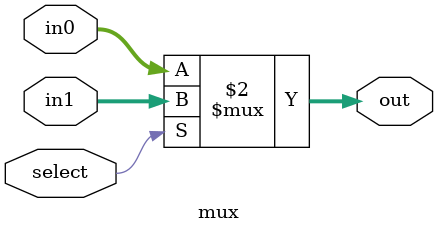
<source format=v>
module register_file (
    input clk,
    input reset,
    input regWrite,
    input [4:0] read_reg1,
    input [4:0] read_reg2,
    input [4:0] write_reg,
    input [63:0] write_data,
    output reg [63:0] read_data1,
    output reg [63:0] read_data2
);
    reg [63:0] registers [0:31];
    integer i;

    // Synchronous Reset and Write
    always @(posedge clk) begin
        if (reset) begin
            for (i = 0; i < 32; i = i + 1) begin
                registers[i] <= 64'b0;
            end
            registers[3] <= {62'b0, 2'b11};  // Initialize specific registers
            registers[2] <= {62'b0, 2'b10};
        end 
        else if (regWrite && write_reg != 0) begin
            registers[write_reg] <= write_data;
        end
    end

    // Combinational Read
    always @(*) begin
        read_data1 = (read_reg1 == 0) ? 64'b0 : registers[read_reg1];  
    end

    always @(*) begin
        read_data2 = (read_reg2 == 0) ? 64'b0 : registers[read_reg2];
    end

endmodule

module mux(
    input [63:0] in0,
    input [63:0] in1,
    input select,
    output [63:0] out
);
    assign out = select ? in1 : in0;
endmodule
</source>
